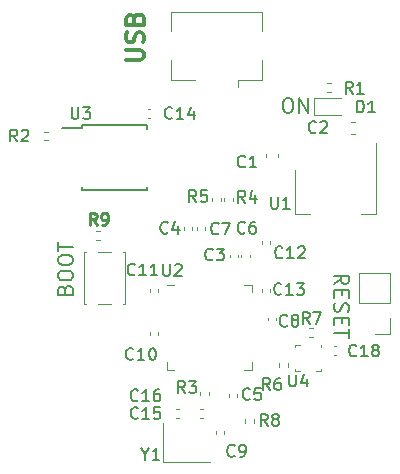
<source format=gbr>
%TF.GenerationSoftware,KiCad,Pcbnew,7.0.8*%
%TF.CreationDate,2024-09-28T20:52:04-07:00*%
%TF.ProjectId,proves_pcb_challenge,70726f76-6573-45f7-9063-625f6368616c,rev?*%
%TF.SameCoordinates,Original*%
%TF.FileFunction,Legend,Top*%
%TF.FilePolarity,Positive*%
%FSLAX46Y46*%
G04 Gerber Fmt 4.6, Leading zero omitted, Abs format (unit mm)*
G04 Created by KiCad (PCBNEW 7.0.8) date 2024-09-28 20:52:04*
%MOMM*%
%LPD*%
G01*
G04 APERTURE LIST*
%ADD10C,0.300000*%
%ADD11C,0.200000*%
%ADD12C,0.150000*%
%ADD13C,0.250000*%
%ADD14C,0.120000*%
G04 APERTURE END LIST*
D10*
X126950828Y-79870489D02*
X128165114Y-79870489D01*
X128165114Y-79870489D02*
X128307971Y-79799060D01*
X128307971Y-79799060D02*
X128379400Y-79727632D01*
X128379400Y-79727632D02*
X128450828Y-79584774D01*
X128450828Y-79584774D02*
X128450828Y-79299060D01*
X128450828Y-79299060D02*
X128379400Y-79156203D01*
X128379400Y-79156203D02*
X128307971Y-79084774D01*
X128307971Y-79084774D02*
X128165114Y-79013346D01*
X128165114Y-79013346D02*
X126950828Y-79013346D01*
X128379400Y-78370488D02*
X128450828Y-78156203D01*
X128450828Y-78156203D02*
X128450828Y-77799060D01*
X128450828Y-77799060D02*
X128379400Y-77656203D01*
X128379400Y-77656203D02*
X128307971Y-77584774D01*
X128307971Y-77584774D02*
X128165114Y-77513345D01*
X128165114Y-77513345D02*
X128022257Y-77513345D01*
X128022257Y-77513345D02*
X127879400Y-77584774D01*
X127879400Y-77584774D02*
X127807971Y-77656203D01*
X127807971Y-77656203D02*
X127736542Y-77799060D01*
X127736542Y-77799060D02*
X127665114Y-78084774D01*
X127665114Y-78084774D02*
X127593685Y-78227631D01*
X127593685Y-78227631D02*
X127522257Y-78299060D01*
X127522257Y-78299060D02*
X127379400Y-78370488D01*
X127379400Y-78370488D02*
X127236542Y-78370488D01*
X127236542Y-78370488D02*
X127093685Y-78299060D01*
X127093685Y-78299060D02*
X127022257Y-78227631D01*
X127022257Y-78227631D02*
X126950828Y-78084774D01*
X126950828Y-78084774D02*
X126950828Y-77727631D01*
X126950828Y-77727631D02*
X127022257Y-77513345D01*
X127665114Y-76370489D02*
X127736542Y-76156203D01*
X127736542Y-76156203D02*
X127807971Y-76084774D01*
X127807971Y-76084774D02*
X127950828Y-76013346D01*
X127950828Y-76013346D02*
X128165114Y-76013346D01*
X128165114Y-76013346D02*
X128307971Y-76084774D01*
X128307971Y-76084774D02*
X128379400Y-76156203D01*
X128379400Y-76156203D02*
X128450828Y-76299060D01*
X128450828Y-76299060D02*
X128450828Y-76870489D01*
X128450828Y-76870489D02*
X126950828Y-76870489D01*
X126950828Y-76870489D02*
X126950828Y-76370489D01*
X126950828Y-76370489D02*
X127022257Y-76227632D01*
X127022257Y-76227632D02*
X127093685Y-76156203D01*
X127093685Y-76156203D02*
X127236542Y-76084774D01*
X127236542Y-76084774D02*
X127379400Y-76084774D01*
X127379400Y-76084774D02*
X127522257Y-76156203D01*
X127522257Y-76156203D02*
X127593685Y-76227632D01*
X127593685Y-76227632D02*
X127665114Y-76370489D01*
X127665114Y-76370489D02*
X127665114Y-76870489D01*
D11*
X121781861Y-99304136D02*
X121841385Y-99125564D01*
X121841385Y-99125564D02*
X121900909Y-99066041D01*
X121900909Y-99066041D02*
X122019957Y-99006517D01*
X122019957Y-99006517D02*
X122198528Y-99006517D01*
X122198528Y-99006517D02*
X122317576Y-99066041D01*
X122317576Y-99066041D02*
X122377100Y-99125564D01*
X122377100Y-99125564D02*
X122436623Y-99244612D01*
X122436623Y-99244612D02*
X122436623Y-99720802D01*
X122436623Y-99720802D02*
X121186623Y-99720802D01*
X121186623Y-99720802D02*
X121186623Y-99304136D01*
X121186623Y-99304136D02*
X121246147Y-99185088D01*
X121246147Y-99185088D02*
X121305671Y-99125564D01*
X121305671Y-99125564D02*
X121424719Y-99066041D01*
X121424719Y-99066041D02*
X121543766Y-99066041D01*
X121543766Y-99066041D02*
X121662814Y-99125564D01*
X121662814Y-99125564D02*
X121722338Y-99185088D01*
X121722338Y-99185088D02*
X121781861Y-99304136D01*
X121781861Y-99304136D02*
X121781861Y-99720802D01*
X121186623Y-98232707D02*
X121186623Y-97994612D01*
X121186623Y-97994612D02*
X121246147Y-97875564D01*
X121246147Y-97875564D02*
X121365195Y-97756517D01*
X121365195Y-97756517D02*
X121603290Y-97696993D01*
X121603290Y-97696993D02*
X122019957Y-97696993D01*
X122019957Y-97696993D02*
X122258052Y-97756517D01*
X122258052Y-97756517D02*
X122377100Y-97875564D01*
X122377100Y-97875564D02*
X122436623Y-97994612D01*
X122436623Y-97994612D02*
X122436623Y-98232707D01*
X122436623Y-98232707D02*
X122377100Y-98351755D01*
X122377100Y-98351755D02*
X122258052Y-98470802D01*
X122258052Y-98470802D02*
X122019957Y-98530326D01*
X122019957Y-98530326D02*
X121603290Y-98530326D01*
X121603290Y-98530326D02*
X121365195Y-98470802D01*
X121365195Y-98470802D02*
X121246147Y-98351755D01*
X121246147Y-98351755D02*
X121186623Y-98232707D01*
X121186623Y-96923183D02*
X121186623Y-96685088D01*
X121186623Y-96685088D02*
X121246147Y-96566040D01*
X121246147Y-96566040D02*
X121365195Y-96446993D01*
X121365195Y-96446993D02*
X121603290Y-96387469D01*
X121603290Y-96387469D02*
X122019957Y-96387469D01*
X122019957Y-96387469D02*
X122258052Y-96446993D01*
X122258052Y-96446993D02*
X122377100Y-96566040D01*
X122377100Y-96566040D02*
X122436623Y-96685088D01*
X122436623Y-96685088D02*
X122436623Y-96923183D01*
X122436623Y-96923183D02*
X122377100Y-97042231D01*
X122377100Y-97042231D02*
X122258052Y-97161278D01*
X122258052Y-97161278D02*
X122019957Y-97220802D01*
X122019957Y-97220802D02*
X121603290Y-97220802D01*
X121603290Y-97220802D02*
X121365195Y-97161278D01*
X121365195Y-97161278D02*
X121246147Y-97042231D01*
X121246147Y-97042231D02*
X121186623Y-96923183D01*
X121186623Y-96030326D02*
X121186623Y-95316040D01*
X122436623Y-95673183D02*
X121186623Y-95673183D01*
X144563376Y-98843482D02*
X145158614Y-98426816D01*
X144563376Y-98129197D02*
X145813376Y-98129197D01*
X145813376Y-98129197D02*
X145813376Y-98605387D01*
X145813376Y-98605387D02*
X145753852Y-98724435D01*
X145753852Y-98724435D02*
X145694328Y-98783958D01*
X145694328Y-98783958D02*
X145575280Y-98843482D01*
X145575280Y-98843482D02*
X145396709Y-98843482D01*
X145396709Y-98843482D02*
X145277661Y-98783958D01*
X145277661Y-98783958D02*
X145218138Y-98724435D01*
X145218138Y-98724435D02*
X145158614Y-98605387D01*
X145158614Y-98605387D02*
X145158614Y-98129197D01*
X145218138Y-99379197D02*
X145218138Y-99795863D01*
X144563376Y-99974435D02*
X144563376Y-99379197D01*
X144563376Y-99379197D02*
X145813376Y-99379197D01*
X145813376Y-99379197D02*
X145813376Y-99974435D01*
X144622900Y-100450625D02*
X144563376Y-100629196D01*
X144563376Y-100629196D02*
X144563376Y-100926815D01*
X144563376Y-100926815D02*
X144622900Y-101045863D01*
X144622900Y-101045863D02*
X144682423Y-101105387D01*
X144682423Y-101105387D02*
X144801471Y-101164910D01*
X144801471Y-101164910D02*
X144920519Y-101164910D01*
X144920519Y-101164910D02*
X145039566Y-101105387D01*
X145039566Y-101105387D02*
X145099090Y-101045863D01*
X145099090Y-101045863D02*
X145158614Y-100926815D01*
X145158614Y-100926815D02*
X145218138Y-100688720D01*
X145218138Y-100688720D02*
X145277661Y-100569672D01*
X145277661Y-100569672D02*
X145337185Y-100510149D01*
X145337185Y-100510149D02*
X145456233Y-100450625D01*
X145456233Y-100450625D02*
X145575280Y-100450625D01*
X145575280Y-100450625D02*
X145694328Y-100510149D01*
X145694328Y-100510149D02*
X145753852Y-100569672D01*
X145753852Y-100569672D02*
X145813376Y-100688720D01*
X145813376Y-100688720D02*
X145813376Y-100986339D01*
X145813376Y-100986339D02*
X145753852Y-101164910D01*
X145218138Y-101700625D02*
X145218138Y-102117291D01*
X144563376Y-102295863D02*
X144563376Y-101700625D01*
X144563376Y-101700625D02*
X145813376Y-101700625D01*
X145813376Y-101700625D02*
X145813376Y-102295863D01*
X145813376Y-102653005D02*
X145813376Y-103367291D01*
X144563376Y-103010148D02*
X145813376Y-103010148D01*
X140542292Y-83086623D02*
X140780387Y-83086623D01*
X140780387Y-83086623D02*
X140899435Y-83146147D01*
X140899435Y-83146147D02*
X141018482Y-83265195D01*
X141018482Y-83265195D02*
X141078006Y-83503290D01*
X141078006Y-83503290D02*
X141078006Y-83919957D01*
X141078006Y-83919957D02*
X141018482Y-84158052D01*
X141018482Y-84158052D02*
X140899435Y-84277100D01*
X140899435Y-84277100D02*
X140780387Y-84336623D01*
X140780387Y-84336623D02*
X140542292Y-84336623D01*
X140542292Y-84336623D02*
X140423244Y-84277100D01*
X140423244Y-84277100D02*
X140304197Y-84158052D01*
X140304197Y-84158052D02*
X140244673Y-83919957D01*
X140244673Y-83919957D02*
X140244673Y-83503290D01*
X140244673Y-83503290D02*
X140304197Y-83265195D01*
X140304197Y-83265195D02*
X140423244Y-83146147D01*
X140423244Y-83146147D02*
X140542292Y-83086623D01*
X141613721Y-84336623D02*
X141613721Y-83086623D01*
X141613721Y-83086623D02*
X142328006Y-84336623D01*
X142328006Y-84336623D02*
X142328006Y-83086623D01*
D12*
X138933333Y-110854819D02*
X138600000Y-110378628D01*
X138361905Y-110854819D02*
X138361905Y-109854819D01*
X138361905Y-109854819D02*
X138742857Y-109854819D01*
X138742857Y-109854819D02*
X138838095Y-109902438D01*
X138838095Y-109902438D02*
X138885714Y-109950057D01*
X138885714Y-109950057D02*
X138933333Y-110045295D01*
X138933333Y-110045295D02*
X138933333Y-110188152D01*
X138933333Y-110188152D02*
X138885714Y-110283390D01*
X138885714Y-110283390D02*
X138838095Y-110331009D01*
X138838095Y-110331009D02*
X138742857Y-110378628D01*
X138742857Y-110378628D02*
X138361905Y-110378628D01*
X139504762Y-110283390D02*
X139409524Y-110235771D01*
X139409524Y-110235771D02*
X139361905Y-110188152D01*
X139361905Y-110188152D02*
X139314286Y-110092914D01*
X139314286Y-110092914D02*
X139314286Y-110045295D01*
X139314286Y-110045295D02*
X139361905Y-109950057D01*
X139361905Y-109950057D02*
X139409524Y-109902438D01*
X139409524Y-109902438D02*
X139504762Y-109854819D01*
X139504762Y-109854819D02*
X139695238Y-109854819D01*
X139695238Y-109854819D02*
X139790476Y-109902438D01*
X139790476Y-109902438D02*
X139838095Y-109950057D01*
X139838095Y-109950057D02*
X139885714Y-110045295D01*
X139885714Y-110045295D02*
X139885714Y-110092914D01*
X139885714Y-110092914D02*
X139838095Y-110188152D01*
X139838095Y-110188152D02*
X139790476Y-110235771D01*
X139790476Y-110235771D02*
X139695238Y-110283390D01*
X139695238Y-110283390D02*
X139504762Y-110283390D01*
X139504762Y-110283390D02*
X139409524Y-110331009D01*
X139409524Y-110331009D02*
X139361905Y-110378628D01*
X139361905Y-110378628D02*
X139314286Y-110473866D01*
X139314286Y-110473866D02*
X139314286Y-110664342D01*
X139314286Y-110664342D02*
X139361905Y-110759580D01*
X139361905Y-110759580D02*
X139409524Y-110807200D01*
X139409524Y-110807200D02*
X139504762Y-110854819D01*
X139504762Y-110854819D02*
X139695238Y-110854819D01*
X139695238Y-110854819D02*
X139790476Y-110807200D01*
X139790476Y-110807200D02*
X139838095Y-110759580D01*
X139838095Y-110759580D02*
X139885714Y-110664342D01*
X139885714Y-110664342D02*
X139885714Y-110473866D01*
X139885714Y-110473866D02*
X139838095Y-110378628D01*
X139838095Y-110378628D02*
X139790476Y-110331009D01*
X139790476Y-110331009D02*
X139695238Y-110283390D01*
D13*
X124458333Y-93824619D02*
X124125000Y-93348428D01*
X123886905Y-93824619D02*
X123886905Y-92824619D01*
X123886905Y-92824619D02*
X124267857Y-92824619D01*
X124267857Y-92824619D02*
X124363095Y-92872238D01*
X124363095Y-92872238D02*
X124410714Y-92919857D01*
X124410714Y-92919857D02*
X124458333Y-93015095D01*
X124458333Y-93015095D02*
X124458333Y-93157952D01*
X124458333Y-93157952D02*
X124410714Y-93253190D01*
X124410714Y-93253190D02*
X124363095Y-93300809D01*
X124363095Y-93300809D02*
X124267857Y-93348428D01*
X124267857Y-93348428D02*
X123886905Y-93348428D01*
X124934524Y-93824619D02*
X125125000Y-93824619D01*
X125125000Y-93824619D02*
X125220238Y-93777000D01*
X125220238Y-93777000D02*
X125267857Y-93729380D01*
X125267857Y-93729380D02*
X125363095Y-93586523D01*
X125363095Y-93586523D02*
X125410714Y-93396047D01*
X125410714Y-93396047D02*
X125410714Y-93015095D01*
X125410714Y-93015095D02*
X125363095Y-92919857D01*
X125363095Y-92919857D02*
X125315476Y-92872238D01*
X125315476Y-92872238D02*
X125220238Y-92824619D01*
X125220238Y-92824619D02*
X125029762Y-92824619D01*
X125029762Y-92824619D02*
X124934524Y-92872238D01*
X124934524Y-92872238D02*
X124886905Y-92919857D01*
X124886905Y-92919857D02*
X124839286Y-93015095D01*
X124839286Y-93015095D02*
X124839286Y-93253190D01*
X124839286Y-93253190D02*
X124886905Y-93348428D01*
X124886905Y-93348428D02*
X124934524Y-93396047D01*
X124934524Y-93396047D02*
X125029762Y-93443666D01*
X125029762Y-93443666D02*
X125220238Y-93443666D01*
X125220238Y-93443666D02*
X125315476Y-93396047D01*
X125315476Y-93396047D02*
X125363095Y-93348428D01*
X125363095Y-93348428D02*
X125410714Y-93253190D01*
D12*
X146133333Y-82704819D02*
X145800000Y-82228628D01*
X145561905Y-82704819D02*
X145561905Y-81704819D01*
X145561905Y-81704819D02*
X145942857Y-81704819D01*
X145942857Y-81704819D02*
X146038095Y-81752438D01*
X146038095Y-81752438D02*
X146085714Y-81800057D01*
X146085714Y-81800057D02*
X146133333Y-81895295D01*
X146133333Y-81895295D02*
X146133333Y-82038152D01*
X146133333Y-82038152D02*
X146085714Y-82133390D01*
X146085714Y-82133390D02*
X146038095Y-82181009D01*
X146038095Y-82181009D02*
X145942857Y-82228628D01*
X145942857Y-82228628D02*
X145561905Y-82228628D01*
X147085714Y-82704819D02*
X146514286Y-82704819D01*
X146800000Y-82704819D02*
X146800000Y-81704819D01*
X146800000Y-81704819D02*
X146704762Y-81847676D01*
X146704762Y-81847676D02*
X146609524Y-81942914D01*
X146609524Y-81942914D02*
X146514286Y-81990533D01*
X131933333Y-108054819D02*
X131600000Y-107578628D01*
X131361905Y-108054819D02*
X131361905Y-107054819D01*
X131361905Y-107054819D02*
X131742857Y-107054819D01*
X131742857Y-107054819D02*
X131838095Y-107102438D01*
X131838095Y-107102438D02*
X131885714Y-107150057D01*
X131885714Y-107150057D02*
X131933333Y-107245295D01*
X131933333Y-107245295D02*
X131933333Y-107388152D01*
X131933333Y-107388152D02*
X131885714Y-107483390D01*
X131885714Y-107483390D02*
X131838095Y-107531009D01*
X131838095Y-107531009D02*
X131742857Y-107578628D01*
X131742857Y-107578628D02*
X131361905Y-107578628D01*
X132266667Y-107054819D02*
X132885714Y-107054819D01*
X132885714Y-107054819D02*
X132552381Y-107435771D01*
X132552381Y-107435771D02*
X132695238Y-107435771D01*
X132695238Y-107435771D02*
X132790476Y-107483390D01*
X132790476Y-107483390D02*
X132838095Y-107531009D01*
X132838095Y-107531009D02*
X132885714Y-107626247D01*
X132885714Y-107626247D02*
X132885714Y-107864342D01*
X132885714Y-107864342D02*
X132838095Y-107959580D01*
X132838095Y-107959580D02*
X132790476Y-108007200D01*
X132790476Y-108007200D02*
X132695238Y-108054819D01*
X132695238Y-108054819D02*
X132409524Y-108054819D01*
X132409524Y-108054819D02*
X132314286Y-108007200D01*
X132314286Y-108007200D02*
X132266667Y-107959580D01*
X140107142Y-99659580D02*
X140059523Y-99707200D01*
X140059523Y-99707200D02*
X139916666Y-99754819D01*
X139916666Y-99754819D02*
X139821428Y-99754819D01*
X139821428Y-99754819D02*
X139678571Y-99707200D01*
X139678571Y-99707200D02*
X139583333Y-99611961D01*
X139583333Y-99611961D02*
X139535714Y-99516723D01*
X139535714Y-99516723D02*
X139488095Y-99326247D01*
X139488095Y-99326247D02*
X139488095Y-99183390D01*
X139488095Y-99183390D02*
X139535714Y-98992914D01*
X139535714Y-98992914D02*
X139583333Y-98897676D01*
X139583333Y-98897676D02*
X139678571Y-98802438D01*
X139678571Y-98802438D02*
X139821428Y-98754819D01*
X139821428Y-98754819D02*
X139916666Y-98754819D01*
X139916666Y-98754819D02*
X140059523Y-98802438D01*
X140059523Y-98802438D02*
X140107142Y-98850057D01*
X141059523Y-99754819D02*
X140488095Y-99754819D01*
X140773809Y-99754819D02*
X140773809Y-98754819D01*
X140773809Y-98754819D02*
X140678571Y-98897676D01*
X140678571Y-98897676D02*
X140583333Y-98992914D01*
X140583333Y-98992914D02*
X140488095Y-99040533D01*
X141392857Y-98754819D02*
X142011904Y-98754819D01*
X142011904Y-98754819D02*
X141678571Y-99135771D01*
X141678571Y-99135771D02*
X141821428Y-99135771D01*
X141821428Y-99135771D02*
X141916666Y-99183390D01*
X141916666Y-99183390D02*
X141964285Y-99231009D01*
X141964285Y-99231009D02*
X142011904Y-99326247D01*
X142011904Y-99326247D02*
X142011904Y-99564342D01*
X142011904Y-99564342D02*
X141964285Y-99659580D01*
X141964285Y-99659580D02*
X141916666Y-99707200D01*
X141916666Y-99707200D02*
X141821428Y-99754819D01*
X141821428Y-99754819D02*
X141535714Y-99754819D01*
X141535714Y-99754819D02*
X141440476Y-99707200D01*
X141440476Y-99707200D02*
X141392857Y-99659580D01*
X139133333Y-107804819D02*
X138800000Y-107328628D01*
X138561905Y-107804819D02*
X138561905Y-106804819D01*
X138561905Y-106804819D02*
X138942857Y-106804819D01*
X138942857Y-106804819D02*
X139038095Y-106852438D01*
X139038095Y-106852438D02*
X139085714Y-106900057D01*
X139085714Y-106900057D02*
X139133333Y-106995295D01*
X139133333Y-106995295D02*
X139133333Y-107138152D01*
X139133333Y-107138152D02*
X139085714Y-107233390D01*
X139085714Y-107233390D02*
X139038095Y-107281009D01*
X139038095Y-107281009D02*
X138942857Y-107328628D01*
X138942857Y-107328628D02*
X138561905Y-107328628D01*
X139990476Y-106804819D02*
X139800000Y-106804819D01*
X139800000Y-106804819D02*
X139704762Y-106852438D01*
X139704762Y-106852438D02*
X139657143Y-106900057D01*
X139657143Y-106900057D02*
X139561905Y-107042914D01*
X139561905Y-107042914D02*
X139514286Y-107233390D01*
X139514286Y-107233390D02*
X139514286Y-107614342D01*
X139514286Y-107614342D02*
X139561905Y-107709580D01*
X139561905Y-107709580D02*
X139609524Y-107757200D01*
X139609524Y-107757200D02*
X139704762Y-107804819D01*
X139704762Y-107804819D02*
X139895238Y-107804819D01*
X139895238Y-107804819D02*
X139990476Y-107757200D01*
X139990476Y-107757200D02*
X140038095Y-107709580D01*
X140038095Y-107709580D02*
X140085714Y-107614342D01*
X140085714Y-107614342D02*
X140085714Y-107376247D01*
X140085714Y-107376247D02*
X140038095Y-107281009D01*
X140038095Y-107281009D02*
X139990476Y-107233390D01*
X139990476Y-107233390D02*
X139895238Y-107185771D01*
X139895238Y-107185771D02*
X139704762Y-107185771D01*
X139704762Y-107185771D02*
X139609524Y-107233390D01*
X139609524Y-107233390D02*
X139561905Y-107281009D01*
X139561905Y-107281009D02*
X139514286Y-107376247D01*
X132883333Y-91879819D02*
X132550000Y-91403628D01*
X132311905Y-91879819D02*
X132311905Y-90879819D01*
X132311905Y-90879819D02*
X132692857Y-90879819D01*
X132692857Y-90879819D02*
X132788095Y-90927438D01*
X132788095Y-90927438D02*
X132835714Y-90975057D01*
X132835714Y-90975057D02*
X132883333Y-91070295D01*
X132883333Y-91070295D02*
X132883333Y-91213152D01*
X132883333Y-91213152D02*
X132835714Y-91308390D01*
X132835714Y-91308390D02*
X132788095Y-91356009D01*
X132788095Y-91356009D02*
X132692857Y-91403628D01*
X132692857Y-91403628D02*
X132311905Y-91403628D01*
X133788095Y-90879819D02*
X133311905Y-90879819D01*
X133311905Y-90879819D02*
X133264286Y-91356009D01*
X133264286Y-91356009D02*
X133311905Y-91308390D01*
X133311905Y-91308390D02*
X133407143Y-91260771D01*
X133407143Y-91260771D02*
X133645238Y-91260771D01*
X133645238Y-91260771D02*
X133740476Y-91308390D01*
X133740476Y-91308390D02*
X133788095Y-91356009D01*
X133788095Y-91356009D02*
X133835714Y-91451247D01*
X133835714Y-91451247D02*
X133835714Y-91689342D01*
X133835714Y-91689342D02*
X133788095Y-91784580D01*
X133788095Y-91784580D02*
X133740476Y-91832200D01*
X133740476Y-91832200D02*
X133645238Y-91879819D01*
X133645238Y-91879819D02*
X133407143Y-91879819D01*
X133407143Y-91879819D02*
X133311905Y-91832200D01*
X133311905Y-91832200D02*
X133264286Y-91784580D01*
X134283333Y-96734580D02*
X134235714Y-96782200D01*
X134235714Y-96782200D02*
X134092857Y-96829819D01*
X134092857Y-96829819D02*
X133997619Y-96829819D01*
X133997619Y-96829819D02*
X133854762Y-96782200D01*
X133854762Y-96782200D02*
X133759524Y-96686961D01*
X133759524Y-96686961D02*
X133711905Y-96591723D01*
X133711905Y-96591723D02*
X133664286Y-96401247D01*
X133664286Y-96401247D02*
X133664286Y-96258390D01*
X133664286Y-96258390D02*
X133711905Y-96067914D01*
X133711905Y-96067914D02*
X133759524Y-95972676D01*
X133759524Y-95972676D02*
X133854762Y-95877438D01*
X133854762Y-95877438D02*
X133997619Y-95829819D01*
X133997619Y-95829819D02*
X134092857Y-95829819D01*
X134092857Y-95829819D02*
X134235714Y-95877438D01*
X134235714Y-95877438D02*
X134283333Y-95925057D01*
X134616667Y-95829819D02*
X135235714Y-95829819D01*
X135235714Y-95829819D02*
X134902381Y-96210771D01*
X134902381Y-96210771D02*
X135045238Y-96210771D01*
X135045238Y-96210771D02*
X135140476Y-96258390D01*
X135140476Y-96258390D02*
X135188095Y-96306009D01*
X135188095Y-96306009D02*
X135235714Y-96401247D01*
X135235714Y-96401247D02*
X135235714Y-96639342D01*
X135235714Y-96639342D02*
X135188095Y-96734580D01*
X135188095Y-96734580D02*
X135140476Y-96782200D01*
X135140476Y-96782200D02*
X135045238Y-96829819D01*
X135045238Y-96829819D02*
X134759524Y-96829819D01*
X134759524Y-96829819D02*
X134664286Y-96782200D01*
X134664286Y-96782200D02*
X134616667Y-96734580D01*
X143033333Y-85959580D02*
X142985714Y-86007200D01*
X142985714Y-86007200D02*
X142842857Y-86054819D01*
X142842857Y-86054819D02*
X142747619Y-86054819D01*
X142747619Y-86054819D02*
X142604762Y-86007200D01*
X142604762Y-86007200D02*
X142509524Y-85911961D01*
X142509524Y-85911961D02*
X142461905Y-85816723D01*
X142461905Y-85816723D02*
X142414286Y-85626247D01*
X142414286Y-85626247D02*
X142414286Y-85483390D01*
X142414286Y-85483390D02*
X142461905Y-85292914D01*
X142461905Y-85292914D02*
X142509524Y-85197676D01*
X142509524Y-85197676D02*
X142604762Y-85102438D01*
X142604762Y-85102438D02*
X142747619Y-85054819D01*
X142747619Y-85054819D02*
X142842857Y-85054819D01*
X142842857Y-85054819D02*
X142985714Y-85102438D01*
X142985714Y-85102438D02*
X143033333Y-85150057D01*
X143414286Y-85150057D02*
X143461905Y-85102438D01*
X143461905Y-85102438D02*
X143557143Y-85054819D01*
X143557143Y-85054819D02*
X143795238Y-85054819D01*
X143795238Y-85054819D02*
X143890476Y-85102438D01*
X143890476Y-85102438D02*
X143938095Y-85150057D01*
X143938095Y-85150057D02*
X143985714Y-85245295D01*
X143985714Y-85245295D02*
X143985714Y-85340533D01*
X143985714Y-85340533D02*
X143938095Y-85483390D01*
X143938095Y-85483390D02*
X143366667Y-86054819D01*
X143366667Y-86054819D02*
X143985714Y-86054819D01*
X140583333Y-102334580D02*
X140535714Y-102382200D01*
X140535714Y-102382200D02*
X140392857Y-102429819D01*
X140392857Y-102429819D02*
X140297619Y-102429819D01*
X140297619Y-102429819D02*
X140154762Y-102382200D01*
X140154762Y-102382200D02*
X140059524Y-102286961D01*
X140059524Y-102286961D02*
X140011905Y-102191723D01*
X140011905Y-102191723D02*
X139964286Y-102001247D01*
X139964286Y-102001247D02*
X139964286Y-101858390D01*
X139964286Y-101858390D02*
X140011905Y-101667914D01*
X140011905Y-101667914D02*
X140059524Y-101572676D01*
X140059524Y-101572676D02*
X140154762Y-101477438D01*
X140154762Y-101477438D02*
X140297619Y-101429819D01*
X140297619Y-101429819D02*
X140392857Y-101429819D01*
X140392857Y-101429819D02*
X140535714Y-101477438D01*
X140535714Y-101477438D02*
X140583333Y-101525057D01*
X141154762Y-101858390D02*
X141059524Y-101810771D01*
X141059524Y-101810771D02*
X141011905Y-101763152D01*
X141011905Y-101763152D02*
X140964286Y-101667914D01*
X140964286Y-101667914D02*
X140964286Y-101620295D01*
X140964286Y-101620295D02*
X141011905Y-101525057D01*
X141011905Y-101525057D02*
X141059524Y-101477438D01*
X141059524Y-101477438D02*
X141154762Y-101429819D01*
X141154762Y-101429819D02*
X141345238Y-101429819D01*
X141345238Y-101429819D02*
X141440476Y-101477438D01*
X141440476Y-101477438D02*
X141488095Y-101525057D01*
X141488095Y-101525057D02*
X141535714Y-101620295D01*
X141535714Y-101620295D02*
X141535714Y-101667914D01*
X141535714Y-101667914D02*
X141488095Y-101763152D01*
X141488095Y-101763152D02*
X141440476Y-101810771D01*
X141440476Y-101810771D02*
X141345238Y-101858390D01*
X141345238Y-101858390D02*
X141154762Y-101858390D01*
X141154762Y-101858390D02*
X141059524Y-101906009D01*
X141059524Y-101906009D02*
X141011905Y-101953628D01*
X141011905Y-101953628D02*
X140964286Y-102048866D01*
X140964286Y-102048866D02*
X140964286Y-102239342D01*
X140964286Y-102239342D02*
X141011905Y-102334580D01*
X141011905Y-102334580D02*
X141059524Y-102382200D01*
X141059524Y-102382200D02*
X141154762Y-102429819D01*
X141154762Y-102429819D02*
X141345238Y-102429819D01*
X141345238Y-102429819D02*
X141440476Y-102382200D01*
X141440476Y-102382200D02*
X141488095Y-102334580D01*
X141488095Y-102334580D02*
X141535714Y-102239342D01*
X141535714Y-102239342D02*
X141535714Y-102048866D01*
X141535714Y-102048866D02*
X141488095Y-101953628D01*
X141488095Y-101953628D02*
X141440476Y-101906009D01*
X141440476Y-101906009D02*
X141345238Y-101858390D01*
X122338095Y-83854819D02*
X122338095Y-84664342D01*
X122338095Y-84664342D02*
X122385714Y-84759580D01*
X122385714Y-84759580D02*
X122433333Y-84807200D01*
X122433333Y-84807200D02*
X122528571Y-84854819D01*
X122528571Y-84854819D02*
X122719047Y-84854819D01*
X122719047Y-84854819D02*
X122814285Y-84807200D01*
X122814285Y-84807200D02*
X122861904Y-84759580D01*
X122861904Y-84759580D02*
X122909523Y-84664342D01*
X122909523Y-84664342D02*
X122909523Y-83854819D01*
X123290476Y-83854819D02*
X123909523Y-83854819D01*
X123909523Y-83854819D02*
X123576190Y-84235771D01*
X123576190Y-84235771D02*
X123719047Y-84235771D01*
X123719047Y-84235771D02*
X123814285Y-84283390D01*
X123814285Y-84283390D02*
X123861904Y-84331009D01*
X123861904Y-84331009D02*
X123909523Y-84426247D01*
X123909523Y-84426247D02*
X123909523Y-84664342D01*
X123909523Y-84664342D02*
X123861904Y-84759580D01*
X123861904Y-84759580D02*
X123814285Y-84807200D01*
X123814285Y-84807200D02*
X123719047Y-84854819D01*
X123719047Y-84854819D02*
X123433333Y-84854819D01*
X123433333Y-84854819D02*
X123338095Y-84807200D01*
X123338095Y-84807200D02*
X123290476Y-84759580D01*
X140763095Y-106504819D02*
X140763095Y-107314342D01*
X140763095Y-107314342D02*
X140810714Y-107409580D01*
X140810714Y-107409580D02*
X140858333Y-107457200D01*
X140858333Y-107457200D02*
X140953571Y-107504819D01*
X140953571Y-107504819D02*
X141144047Y-107504819D01*
X141144047Y-107504819D02*
X141239285Y-107457200D01*
X141239285Y-107457200D02*
X141286904Y-107409580D01*
X141286904Y-107409580D02*
X141334523Y-107314342D01*
X141334523Y-107314342D02*
X141334523Y-106504819D01*
X142239285Y-106838152D02*
X142239285Y-107504819D01*
X142001190Y-106457200D02*
X141763095Y-107171485D01*
X141763095Y-107171485D02*
X142382142Y-107171485D01*
X137008333Y-94459580D02*
X136960714Y-94507200D01*
X136960714Y-94507200D02*
X136817857Y-94554819D01*
X136817857Y-94554819D02*
X136722619Y-94554819D01*
X136722619Y-94554819D02*
X136579762Y-94507200D01*
X136579762Y-94507200D02*
X136484524Y-94411961D01*
X136484524Y-94411961D02*
X136436905Y-94316723D01*
X136436905Y-94316723D02*
X136389286Y-94126247D01*
X136389286Y-94126247D02*
X136389286Y-93983390D01*
X136389286Y-93983390D02*
X136436905Y-93792914D01*
X136436905Y-93792914D02*
X136484524Y-93697676D01*
X136484524Y-93697676D02*
X136579762Y-93602438D01*
X136579762Y-93602438D02*
X136722619Y-93554819D01*
X136722619Y-93554819D02*
X136817857Y-93554819D01*
X136817857Y-93554819D02*
X136960714Y-93602438D01*
X136960714Y-93602438D02*
X137008333Y-93650057D01*
X137865476Y-93554819D02*
X137675000Y-93554819D01*
X137675000Y-93554819D02*
X137579762Y-93602438D01*
X137579762Y-93602438D02*
X137532143Y-93650057D01*
X137532143Y-93650057D02*
X137436905Y-93792914D01*
X137436905Y-93792914D02*
X137389286Y-93983390D01*
X137389286Y-93983390D02*
X137389286Y-94364342D01*
X137389286Y-94364342D02*
X137436905Y-94459580D01*
X137436905Y-94459580D02*
X137484524Y-94507200D01*
X137484524Y-94507200D02*
X137579762Y-94554819D01*
X137579762Y-94554819D02*
X137770238Y-94554819D01*
X137770238Y-94554819D02*
X137865476Y-94507200D01*
X137865476Y-94507200D02*
X137913095Y-94459580D01*
X137913095Y-94459580D02*
X137960714Y-94364342D01*
X137960714Y-94364342D02*
X137960714Y-94126247D01*
X137960714Y-94126247D02*
X137913095Y-94031009D01*
X137913095Y-94031009D02*
X137865476Y-93983390D01*
X137865476Y-93983390D02*
X137770238Y-93935771D01*
X137770238Y-93935771D02*
X137579762Y-93935771D01*
X137579762Y-93935771D02*
X137484524Y-93983390D01*
X137484524Y-93983390D02*
X137436905Y-94031009D01*
X137436905Y-94031009D02*
X137389286Y-94126247D01*
X130857142Y-84759580D02*
X130809523Y-84807200D01*
X130809523Y-84807200D02*
X130666666Y-84854819D01*
X130666666Y-84854819D02*
X130571428Y-84854819D01*
X130571428Y-84854819D02*
X130428571Y-84807200D01*
X130428571Y-84807200D02*
X130333333Y-84711961D01*
X130333333Y-84711961D02*
X130285714Y-84616723D01*
X130285714Y-84616723D02*
X130238095Y-84426247D01*
X130238095Y-84426247D02*
X130238095Y-84283390D01*
X130238095Y-84283390D02*
X130285714Y-84092914D01*
X130285714Y-84092914D02*
X130333333Y-83997676D01*
X130333333Y-83997676D02*
X130428571Y-83902438D01*
X130428571Y-83902438D02*
X130571428Y-83854819D01*
X130571428Y-83854819D02*
X130666666Y-83854819D01*
X130666666Y-83854819D02*
X130809523Y-83902438D01*
X130809523Y-83902438D02*
X130857142Y-83950057D01*
X131809523Y-84854819D02*
X131238095Y-84854819D01*
X131523809Y-84854819D02*
X131523809Y-83854819D01*
X131523809Y-83854819D02*
X131428571Y-83997676D01*
X131428571Y-83997676D02*
X131333333Y-84092914D01*
X131333333Y-84092914D02*
X131238095Y-84140533D01*
X132666666Y-84188152D02*
X132666666Y-84854819D01*
X132428571Y-83807200D02*
X132190476Y-84521485D01*
X132190476Y-84521485D02*
X132809523Y-84521485D01*
X137433333Y-108559580D02*
X137385714Y-108607200D01*
X137385714Y-108607200D02*
X137242857Y-108654819D01*
X137242857Y-108654819D02*
X137147619Y-108654819D01*
X137147619Y-108654819D02*
X137004762Y-108607200D01*
X137004762Y-108607200D02*
X136909524Y-108511961D01*
X136909524Y-108511961D02*
X136861905Y-108416723D01*
X136861905Y-108416723D02*
X136814286Y-108226247D01*
X136814286Y-108226247D02*
X136814286Y-108083390D01*
X136814286Y-108083390D02*
X136861905Y-107892914D01*
X136861905Y-107892914D02*
X136909524Y-107797676D01*
X136909524Y-107797676D02*
X137004762Y-107702438D01*
X137004762Y-107702438D02*
X137147619Y-107654819D01*
X137147619Y-107654819D02*
X137242857Y-107654819D01*
X137242857Y-107654819D02*
X137385714Y-107702438D01*
X137385714Y-107702438D02*
X137433333Y-107750057D01*
X138338095Y-107654819D02*
X137861905Y-107654819D01*
X137861905Y-107654819D02*
X137814286Y-108131009D01*
X137814286Y-108131009D02*
X137861905Y-108083390D01*
X137861905Y-108083390D02*
X137957143Y-108035771D01*
X137957143Y-108035771D02*
X138195238Y-108035771D01*
X138195238Y-108035771D02*
X138290476Y-108083390D01*
X138290476Y-108083390D02*
X138338095Y-108131009D01*
X138338095Y-108131009D02*
X138385714Y-108226247D01*
X138385714Y-108226247D02*
X138385714Y-108464342D01*
X138385714Y-108464342D02*
X138338095Y-108559580D01*
X138338095Y-108559580D02*
X138290476Y-108607200D01*
X138290476Y-108607200D02*
X138195238Y-108654819D01*
X138195238Y-108654819D02*
X137957143Y-108654819D01*
X137957143Y-108654819D02*
X137861905Y-108607200D01*
X137861905Y-108607200D02*
X137814286Y-108559580D01*
X140182142Y-96559580D02*
X140134523Y-96607200D01*
X140134523Y-96607200D02*
X139991666Y-96654819D01*
X139991666Y-96654819D02*
X139896428Y-96654819D01*
X139896428Y-96654819D02*
X139753571Y-96607200D01*
X139753571Y-96607200D02*
X139658333Y-96511961D01*
X139658333Y-96511961D02*
X139610714Y-96416723D01*
X139610714Y-96416723D02*
X139563095Y-96226247D01*
X139563095Y-96226247D02*
X139563095Y-96083390D01*
X139563095Y-96083390D02*
X139610714Y-95892914D01*
X139610714Y-95892914D02*
X139658333Y-95797676D01*
X139658333Y-95797676D02*
X139753571Y-95702438D01*
X139753571Y-95702438D02*
X139896428Y-95654819D01*
X139896428Y-95654819D02*
X139991666Y-95654819D01*
X139991666Y-95654819D02*
X140134523Y-95702438D01*
X140134523Y-95702438D02*
X140182142Y-95750057D01*
X141134523Y-96654819D02*
X140563095Y-96654819D01*
X140848809Y-96654819D02*
X140848809Y-95654819D01*
X140848809Y-95654819D02*
X140753571Y-95797676D01*
X140753571Y-95797676D02*
X140658333Y-95892914D01*
X140658333Y-95892914D02*
X140563095Y-95940533D01*
X141515476Y-95750057D02*
X141563095Y-95702438D01*
X141563095Y-95702438D02*
X141658333Y-95654819D01*
X141658333Y-95654819D02*
X141896428Y-95654819D01*
X141896428Y-95654819D02*
X141991666Y-95702438D01*
X141991666Y-95702438D02*
X142039285Y-95750057D01*
X142039285Y-95750057D02*
X142086904Y-95845295D01*
X142086904Y-95845295D02*
X142086904Y-95940533D01*
X142086904Y-95940533D02*
X142039285Y-96083390D01*
X142039285Y-96083390D02*
X141467857Y-96654819D01*
X141467857Y-96654819D02*
X142086904Y-96654819D01*
X146511905Y-84304819D02*
X146511905Y-83304819D01*
X146511905Y-83304819D02*
X146750000Y-83304819D01*
X146750000Y-83304819D02*
X146892857Y-83352438D01*
X146892857Y-83352438D02*
X146988095Y-83447676D01*
X146988095Y-83447676D02*
X147035714Y-83542914D01*
X147035714Y-83542914D02*
X147083333Y-83733390D01*
X147083333Y-83733390D02*
X147083333Y-83876247D01*
X147083333Y-83876247D02*
X147035714Y-84066723D01*
X147035714Y-84066723D02*
X146988095Y-84161961D01*
X146988095Y-84161961D02*
X146892857Y-84257200D01*
X146892857Y-84257200D02*
X146750000Y-84304819D01*
X146750000Y-84304819D02*
X146511905Y-84304819D01*
X148035714Y-84304819D02*
X147464286Y-84304819D01*
X147750000Y-84304819D02*
X147750000Y-83304819D01*
X147750000Y-83304819D02*
X147654762Y-83447676D01*
X147654762Y-83447676D02*
X147559524Y-83542914D01*
X147559524Y-83542914D02*
X147464286Y-83590533D01*
X117733333Y-86754819D02*
X117400000Y-86278628D01*
X117161905Y-86754819D02*
X117161905Y-85754819D01*
X117161905Y-85754819D02*
X117542857Y-85754819D01*
X117542857Y-85754819D02*
X117638095Y-85802438D01*
X117638095Y-85802438D02*
X117685714Y-85850057D01*
X117685714Y-85850057D02*
X117733333Y-85945295D01*
X117733333Y-85945295D02*
X117733333Y-86088152D01*
X117733333Y-86088152D02*
X117685714Y-86183390D01*
X117685714Y-86183390D02*
X117638095Y-86231009D01*
X117638095Y-86231009D02*
X117542857Y-86278628D01*
X117542857Y-86278628D02*
X117161905Y-86278628D01*
X118114286Y-85850057D02*
X118161905Y-85802438D01*
X118161905Y-85802438D02*
X118257143Y-85754819D01*
X118257143Y-85754819D02*
X118495238Y-85754819D01*
X118495238Y-85754819D02*
X118590476Y-85802438D01*
X118590476Y-85802438D02*
X118638095Y-85850057D01*
X118638095Y-85850057D02*
X118685714Y-85945295D01*
X118685714Y-85945295D02*
X118685714Y-86040533D01*
X118685714Y-86040533D02*
X118638095Y-86183390D01*
X118638095Y-86183390D02*
X118066667Y-86754819D01*
X118066667Y-86754819D02*
X118685714Y-86754819D01*
X127707142Y-98009580D02*
X127659523Y-98057200D01*
X127659523Y-98057200D02*
X127516666Y-98104819D01*
X127516666Y-98104819D02*
X127421428Y-98104819D01*
X127421428Y-98104819D02*
X127278571Y-98057200D01*
X127278571Y-98057200D02*
X127183333Y-97961961D01*
X127183333Y-97961961D02*
X127135714Y-97866723D01*
X127135714Y-97866723D02*
X127088095Y-97676247D01*
X127088095Y-97676247D02*
X127088095Y-97533390D01*
X127088095Y-97533390D02*
X127135714Y-97342914D01*
X127135714Y-97342914D02*
X127183333Y-97247676D01*
X127183333Y-97247676D02*
X127278571Y-97152438D01*
X127278571Y-97152438D02*
X127421428Y-97104819D01*
X127421428Y-97104819D02*
X127516666Y-97104819D01*
X127516666Y-97104819D02*
X127659523Y-97152438D01*
X127659523Y-97152438D02*
X127707142Y-97200057D01*
X128659523Y-98104819D02*
X128088095Y-98104819D01*
X128373809Y-98104819D02*
X128373809Y-97104819D01*
X128373809Y-97104819D02*
X128278571Y-97247676D01*
X128278571Y-97247676D02*
X128183333Y-97342914D01*
X128183333Y-97342914D02*
X128088095Y-97390533D01*
X129611904Y-98104819D02*
X129040476Y-98104819D01*
X129326190Y-98104819D02*
X129326190Y-97104819D01*
X129326190Y-97104819D02*
X129230952Y-97247676D01*
X129230952Y-97247676D02*
X129135714Y-97342914D01*
X129135714Y-97342914D02*
X129040476Y-97390533D01*
X142483333Y-102204819D02*
X142150000Y-101728628D01*
X141911905Y-102204819D02*
X141911905Y-101204819D01*
X141911905Y-101204819D02*
X142292857Y-101204819D01*
X142292857Y-101204819D02*
X142388095Y-101252438D01*
X142388095Y-101252438D02*
X142435714Y-101300057D01*
X142435714Y-101300057D02*
X142483333Y-101395295D01*
X142483333Y-101395295D02*
X142483333Y-101538152D01*
X142483333Y-101538152D02*
X142435714Y-101633390D01*
X142435714Y-101633390D02*
X142388095Y-101681009D01*
X142388095Y-101681009D02*
X142292857Y-101728628D01*
X142292857Y-101728628D02*
X141911905Y-101728628D01*
X142816667Y-101204819D02*
X143483333Y-101204819D01*
X143483333Y-101204819D02*
X143054762Y-102204819D01*
X137033333Y-91929819D02*
X136700000Y-91453628D01*
X136461905Y-91929819D02*
X136461905Y-90929819D01*
X136461905Y-90929819D02*
X136842857Y-90929819D01*
X136842857Y-90929819D02*
X136938095Y-90977438D01*
X136938095Y-90977438D02*
X136985714Y-91025057D01*
X136985714Y-91025057D02*
X137033333Y-91120295D01*
X137033333Y-91120295D02*
X137033333Y-91263152D01*
X137033333Y-91263152D02*
X136985714Y-91358390D01*
X136985714Y-91358390D02*
X136938095Y-91406009D01*
X136938095Y-91406009D02*
X136842857Y-91453628D01*
X136842857Y-91453628D02*
X136461905Y-91453628D01*
X137890476Y-91263152D02*
X137890476Y-91929819D01*
X137652381Y-90882200D02*
X137414286Y-91596485D01*
X137414286Y-91596485D02*
X138033333Y-91596485D01*
X137033333Y-88859580D02*
X136985714Y-88907200D01*
X136985714Y-88907200D02*
X136842857Y-88954819D01*
X136842857Y-88954819D02*
X136747619Y-88954819D01*
X136747619Y-88954819D02*
X136604762Y-88907200D01*
X136604762Y-88907200D02*
X136509524Y-88811961D01*
X136509524Y-88811961D02*
X136461905Y-88716723D01*
X136461905Y-88716723D02*
X136414286Y-88526247D01*
X136414286Y-88526247D02*
X136414286Y-88383390D01*
X136414286Y-88383390D02*
X136461905Y-88192914D01*
X136461905Y-88192914D02*
X136509524Y-88097676D01*
X136509524Y-88097676D02*
X136604762Y-88002438D01*
X136604762Y-88002438D02*
X136747619Y-87954819D01*
X136747619Y-87954819D02*
X136842857Y-87954819D01*
X136842857Y-87954819D02*
X136985714Y-88002438D01*
X136985714Y-88002438D02*
X137033333Y-88050057D01*
X137985714Y-88954819D02*
X137414286Y-88954819D01*
X137700000Y-88954819D02*
X137700000Y-87954819D01*
X137700000Y-87954819D02*
X137604762Y-88097676D01*
X137604762Y-88097676D02*
X137509524Y-88192914D01*
X137509524Y-88192914D02*
X137414286Y-88240533D01*
X134783333Y-94534580D02*
X134735714Y-94582200D01*
X134735714Y-94582200D02*
X134592857Y-94629819D01*
X134592857Y-94629819D02*
X134497619Y-94629819D01*
X134497619Y-94629819D02*
X134354762Y-94582200D01*
X134354762Y-94582200D02*
X134259524Y-94486961D01*
X134259524Y-94486961D02*
X134211905Y-94391723D01*
X134211905Y-94391723D02*
X134164286Y-94201247D01*
X134164286Y-94201247D02*
X134164286Y-94058390D01*
X134164286Y-94058390D02*
X134211905Y-93867914D01*
X134211905Y-93867914D02*
X134259524Y-93772676D01*
X134259524Y-93772676D02*
X134354762Y-93677438D01*
X134354762Y-93677438D02*
X134497619Y-93629819D01*
X134497619Y-93629819D02*
X134592857Y-93629819D01*
X134592857Y-93629819D02*
X134735714Y-93677438D01*
X134735714Y-93677438D02*
X134783333Y-93725057D01*
X135116667Y-93629819D02*
X135783333Y-93629819D01*
X135783333Y-93629819D02*
X135354762Y-94629819D01*
X128573809Y-113228628D02*
X128573809Y-113704819D01*
X128240476Y-112704819D02*
X128573809Y-113228628D01*
X128573809Y-113228628D02*
X128907142Y-112704819D01*
X129764285Y-113704819D02*
X129192857Y-113704819D01*
X129478571Y-113704819D02*
X129478571Y-112704819D01*
X129478571Y-112704819D02*
X129383333Y-112847676D01*
X129383333Y-112847676D02*
X129288095Y-112942914D01*
X129288095Y-112942914D02*
X129192857Y-112990533D01*
X127557142Y-105159580D02*
X127509523Y-105207200D01*
X127509523Y-105207200D02*
X127366666Y-105254819D01*
X127366666Y-105254819D02*
X127271428Y-105254819D01*
X127271428Y-105254819D02*
X127128571Y-105207200D01*
X127128571Y-105207200D02*
X127033333Y-105111961D01*
X127033333Y-105111961D02*
X126985714Y-105016723D01*
X126985714Y-105016723D02*
X126938095Y-104826247D01*
X126938095Y-104826247D02*
X126938095Y-104683390D01*
X126938095Y-104683390D02*
X126985714Y-104492914D01*
X126985714Y-104492914D02*
X127033333Y-104397676D01*
X127033333Y-104397676D02*
X127128571Y-104302438D01*
X127128571Y-104302438D02*
X127271428Y-104254819D01*
X127271428Y-104254819D02*
X127366666Y-104254819D01*
X127366666Y-104254819D02*
X127509523Y-104302438D01*
X127509523Y-104302438D02*
X127557142Y-104350057D01*
X128509523Y-105254819D02*
X127938095Y-105254819D01*
X128223809Y-105254819D02*
X128223809Y-104254819D01*
X128223809Y-104254819D02*
X128128571Y-104397676D01*
X128128571Y-104397676D02*
X128033333Y-104492914D01*
X128033333Y-104492914D02*
X127938095Y-104540533D01*
X129128571Y-104254819D02*
X129223809Y-104254819D01*
X129223809Y-104254819D02*
X129319047Y-104302438D01*
X129319047Y-104302438D02*
X129366666Y-104350057D01*
X129366666Y-104350057D02*
X129414285Y-104445295D01*
X129414285Y-104445295D02*
X129461904Y-104635771D01*
X129461904Y-104635771D02*
X129461904Y-104873866D01*
X129461904Y-104873866D02*
X129414285Y-105064342D01*
X129414285Y-105064342D02*
X129366666Y-105159580D01*
X129366666Y-105159580D02*
X129319047Y-105207200D01*
X129319047Y-105207200D02*
X129223809Y-105254819D01*
X129223809Y-105254819D02*
X129128571Y-105254819D01*
X129128571Y-105254819D02*
X129033333Y-105207200D01*
X129033333Y-105207200D02*
X128985714Y-105159580D01*
X128985714Y-105159580D02*
X128938095Y-105064342D01*
X128938095Y-105064342D02*
X128890476Y-104873866D01*
X128890476Y-104873866D02*
X128890476Y-104635771D01*
X128890476Y-104635771D02*
X128938095Y-104445295D01*
X128938095Y-104445295D02*
X128985714Y-104350057D01*
X128985714Y-104350057D02*
X129033333Y-104302438D01*
X129033333Y-104302438D02*
X129128571Y-104254819D01*
X130483333Y-94459580D02*
X130435714Y-94507200D01*
X130435714Y-94507200D02*
X130292857Y-94554819D01*
X130292857Y-94554819D02*
X130197619Y-94554819D01*
X130197619Y-94554819D02*
X130054762Y-94507200D01*
X130054762Y-94507200D02*
X129959524Y-94411961D01*
X129959524Y-94411961D02*
X129911905Y-94316723D01*
X129911905Y-94316723D02*
X129864286Y-94126247D01*
X129864286Y-94126247D02*
X129864286Y-93983390D01*
X129864286Y-93983390D02*
X129911905Y-93792914D01*
X129911905Y-93792914D02*
X129959524Y-93697676D01*
X129959524Y-93697676D02*
X130054762Y-93602438D01*
X130054762Y-93602438D02*
X130197619Y-93554819D01*
X130197619Y-93554819D02*
X130292857Y-93554819D01*
X130292857Y-93554819D02*
X130435714Y-93602438D01*
X130435714Y-93602438D02*
X130483333Y-93650057D01*
X131340476Y-93888152D02*
X131340476Y-94554819D01*
X131102381Y-93507200D02*
X130864286Y-94221485D01*
X130864286Y-94221485D02*
X131483333Y-94221485D01*
X146457142Y-104859580D02*
X146409523Y-104907200D01*
X146409523Y-104907200D02*
X146266666Y-104954819D01*
X146266666Y-104954819D02*
X146171428Y-104954819D01*
X146171428Y-104954819D02*
X146028571Y-104907200D01*
X146028571Y-104907200D02*
X145933333Y-104811961D01*
X145933333Y-104811961D02*
X145885714Y-104716723D01*
X145885714Y-104716723D02*
X145838095Y-104526247D01*
X145838095Y-104526247D02*
X145838095Y-104383390D01*
X145838095Y-104383390D02*
X145885714Y-104192914D01*
X145885714Y-104192914D02*
X145933333Y-104097676D01*
X145933333Y-104097676D02*
X146028571Y-104002438D01*
X146028571Y-104002438D02*
X146171428Y-103954819D01*
X146171428Y-103954819D02*
X146266666Y-103954819D01*
X146266666Y-103954819D02*
X146409523Y-104002438D01*
X146409523Y-104002438D02*
X146457142Y-104050057D01*
X147409523Y-104954819D02*
X146838095Y-104954819D01*
X147123809Y-104954819D02*
X147123809Y-103954819D01*
X147123809Y-103954819D02*
X147028571Y-104097676D01*
X147028571Y-104097676D02*
X146933333Y-104192914D01*
X146933333Y-104192914D02*
X146838095Y-104240533D01*
X147980952Y-104383390D02*
X147885714Y-104335771D01*
X147885714Y-104335771D02*
X147838095Y-104288152D01*
X147838095Y-104288152D02*
X147790476Y-104192914D01*
X147790476Y-104192914D02*
X147790476Y-104145295D01*
X147790476Y-104145295D02*
X147838095Y-104050057D01*
X147838095Y-104050057D02*
X147885714Y-104002438D01*
X147885714Y-104002438D02*
X147980952Y-103954819D01*
X147980952Y-103954819D02*
X148171428Y-103954819D01*
X148171428Y-103954819D02*
X148266666Y-104002438D01*
X148266666Y-104002438D02*
X148314285Y-104050057D01*
X148314285Y-104050057D02*
X148361904Y-104145295D01*
X148361904Y-104145295D02*
X148361904Y-104192914D01*
X148361904Y-104192914D02*
X148314285Y-104288152D01*
X148314285Y-104288152D02*
X148266666Y-104335771D01*
X148266666Y-104335771D02*
X148171428Y-104383390D01*
X148171428Y-104383390D02*
X147980952Y-104383390D01*
X147980952Y-104383390D02*
X147885714Y-104431009D01*
X147885714Y-104431009D02*
X147838095Y-104478628D01*
X147838095Y-104478628D02*
X147790476Y-104573866D01*
X147790476Y-104573866D02*
X147790476Y-104764342D01*
X147790476Y-104764342D02*
X147838095Y-104859580D01*
X147838095Y-104859580D02*
X147885714Y-104907200D01*
X147885714Y-104907200D02*
X147980952Y-104954819D01*
X147980952Y-104954819D02*
X148171428Y-104954819D01*
X148171428Y-104954819D02*
X148266666Y-104907200D01*
X148266666Y-104907200D02*
X148314285Y-104859580D01*
X148314285Y-104859580D02*
X148361904Y-104764342D01*
X148361904Y-104764342D02*
X148361904Y-104573866D01*
X148361904Y-104573866D02*
X148314285Y-104478628D01*
X148314285Y-104478628D02*
X148266666Y-104431009D01*
X148266666Y-104431009D02*
X148171428Y-104383390D01*
X139238095Y-91454819D02*
X139238095Y-92264342D01*
X139238095Y-92264342D02*
X139285714Y-92359580D01*
X139285714Y-92359580D02*
X139333333Y-92407200D01*
X139333333Y-92407200D02*
X139428571Y-92454819D01*
X139428571Y-92454819D02*
X139619047Y-92454819D01*
X139619047Y-92454819D02*
X139714285Y-92407200D01*
X139714285Y-92407200D02*
X139761904Y-92359580D01*
X139761904Y-92359580D02*
X139809523Y-92264342D01*
X139809523Y-92264342D02*
X139809523Y-91454819D01*
X140809523Y-92454819D02*
X140238095Y-92454819D01*
X140523809Y-92454819D02*
X140523809Y-91454819D01*
X140523809Y-91454819D02*
X140428571Y-91597676D01*
X140428571Y-91597676D02*
X140333333Y-91692914D01*
X140333333Y-91692914D02*
X140238095Y-91740533D01*
X127957142Y-110159580D02*
X127909523Y-110207200D01*
X127909523Y-110207200D02*
X127766666Y-110254819D01*
X127766666Y-110254819D02*
X127671428Y-110254819D01*
X127671428Y-110254819D02*
X127528571Y-110207200D01*
X127528571Y-110207200D02*
X127433333Y-110111961D01*
X127433333Y-110111961D02*
X127385714Y-110016723D01*
X127385714Y-110016723D02*
X127338095Y-109826247D01*
X127338095Y-109826247D02*
X127338095Y-109683390D01*
X127338095Y-109683390D02*
X127385714Y-109492914D01*
X127385714Y-109492914D02*
X127433333Y-109397676D01*
X127433333Y-109397676D02*
X127528571Y-109302438D01*
X127528571Y-109302438D02*
X127671428Y-109254819D01*
X127671428Y-109254819D02*
X127766666Y-109254819D01*
X127766666Y-109254819D02*
X127909523Y-109302438D01*
X127909523Y-109302438D02*
X127957142Y-109350057D01*
X128909523Y-110254819D02*
X128338095Y-110254819D01*
X128623809Y-110254819D02*
X128623809Y-109254819D01*
X128623809Y-109254819D02*
X128528571Y-109397676D01*
X128528571Y-109397676D02*
X128433333Y-109492914D01*
X128433333Y-109492914D02*
X128338095Y-109540533D01*
X129814285Y-109254819D02*
X129338095Y-109254819D01*
X129338095Y-109254819D02*
X129290476Y-109731009D01*
X129290476Y-109731009D02*
X129338095Y-109683390D01*
X129338095Y-109683390D02*
X129433333Y-109635771D01*
X129433333Y-109635771D02*
X129671428Y-109635771D01*
X129671428Y-109635771D02*
X129766666Y-109683390D01*
X129766666Y-109683390D02*
X129814285Y-109731009D01*
X129814285Y-109731009D02*
X129861904Y-109826247D01*
X129861904Y-109826247D02*
X129861904Y-110064342D01*
X129861904Y-110064342D02*
X129814285Y-110159580D01*
X129814285Y-110159580D02*
X129766666Y-110207200D01*
X129766666Y-110207200D02*
X129671428Y-110254819D01*
X129671428Y-110254819D02*
X129433333Y-110254819D01*
X129433333Y-110254819D02*
X129338095Y-110207200D01*
X129338095Y-110207200D02*
X129290476Y-110159580D01*
X136133333Y-113359580D02*
X136085714Y-113407200D01*
X136085714Y-113407200D02*
X135942857Y-113454819D01*
X135942857Y-113454819D02*
X135847619Y-113454819D01*
X135847619Y-113454819D02*
X135704762Y-113407200D01*
X135704762Y-113407200D02*
X135609524Y-113311961D01*
X135609524Y-113311961D02*
X135561905Y-113216723D01*
X135561905Y-113216723D02*
X135514286Y-113026247D01*
X135514286Y-113026247D02*
X135514286Y-112883390D01*
X135514286Y-112883390D02*
X135561905Y-112692914D01*
X135561905Y-112692914D02*
X135609524Y-112597676D01*
X135609524Y-112597676D02*
X135704762Y-112502438D01*
X135704762Y-112502438D02*
X135847619Y-112454819D01*
X135847619Y-112454819D02*
X135942857Y-112454819D01*
X135942857Y-112454819D02*
X136085714Y-112502438D01*
X136085714Y-112502438D02*
X136133333Y-112550057D01*
X136609524Y-113454819D02*
X136800000Y-113454819D01*
X136800000Y-113454819D02*
X136895238Y-113407200D01*
X136895238Y-113407200D02*
X136942857Y-113359580D01*
X136942857Y-113359580D02*
X137038095Y-113216723D01*
X137038095Y-113216723D02*
X137085714Y-113026247D01*
X137085714Y-113026247D02*
X137085714Y-112645295D01*
X137085714Y-112645295D02*
X137038095Y-112550057D01*
X137038095Y-112550057D02*
X136990476Y-112502438D01*
X136990476Y-112502438D02*
X136895238Y-112454819D01*
X136895238Y-112454819D02*
X136704762Y-112454819D01*
X136704762Y-112454819D02*
X136609524Y-112502438D01*
X136609524Y-112502438D02*
X136561905Y-112550057D01*
X136561905Y-112550057D02*
X136514286Y-112645295D01*
X136514286Y-112645295D02*
X136514286Y-112883390D01*
X136514286Y-112883390D02*
X136561905Y-112978628D01*
X136561905Y-112978628D02*
X136609524Y-113026247D01*
X136609524Y-113026247D02*
X136704762Y-113073866D01*
X136704762Y-113073866D02*
X136895238Y-113073866D01*
X136895238Y-113073866D02*
X136990476Y-113026247D01*
X136990476Y-113026247D02*
X137038095Y-112978628D01*
X137038095Y-112978628D02*
X137085714Y-112883390D01*
X127957142Y-108659580D02*
X127909523Y-108707200D01*
X127909523Y-108707200D02*
X127766666Y-108754819D01*
X127766666Y-108754819D02*
X127671428Y-108754819D01*
X127671428Y-108754819D02*
X127528571Y-108707200D01*
X127528571Y-108707200D02*
X127433333Y-108611961D01*
X127433333Y-108611961D02*
X127385714Y-108516723D01*
X127385714Y-108516723D02*
X127338095Y-108326247D01*
X127338095Y-108326247D02*
X127338095Y-108183390D01*
X127338095Y-108183390D02*
X127385714Y-107992914D01*
X127385714Y-107992914D02*
X127433333Y-107897676D01*
X127433333Y-107897676D02*
X127528571Y-107802438D01*
X127528571Y-107802438D02*
X127671428Y-107754819D01*
X127671428Y-107754819D02*
X127766666Y-107754819D01*
X127766666Y-107754819D02*
X127909523Y-107802438D01*
X127909523Y-107802438D02*
X127957142Y-107850057D01*
X128909523Y-108754819D02*
X128338095Y-108754819D01*
X128623809Y-108754819D02*
X128623809Y-107754819D01*
X128623809Y-107754819D02*
X128528571Y-107897676D01*
X128528571Y-107897676D02*
X128433333Y-107992914D01*
X128433333Y-107992914D02*
X128338095Y-108040533D01*
X129766666Y-107754819D02*
X129576190Y-107754819D01*
X129576190Y-107754819D02*
X129480952Y-107802438D01*
X129480952Y-107802438D02*
X129433333Y-107850057D01*
X129433333Y-107850057D02*
X129338095Y-107992914D01*
X129338095Y-107992914D02*
X129290476Y-108183390D01*
X129290476Y-108183390D02*
X129290476Y-108564342D01*
X129290476Y-108564342D02*
X129338095Y-108659580D01*
X129338095Y-108659580D02*
X129385714Y-108707200D01*
X129385714Y-108707200D02*
X129480952Y-108754819D01*
X129480952Y-108754819D02*
X129671428Y-108754819D01*
X129671428Y-108754819D02*
X129766666Y-108707200D01*
X129766666Y-108707200D02*
X129814285Y-108659580D01*
X129814285Y-108659580D02*
X129861904Y-108564342D01*
X129861904Y-108564342D02*
X129861904Y-108326247D01*
X129861904Y-108326247D02*
X129814285Y-108231009D01*
X129814285Y-108231009D02*
X129766666Y-108183390D01*
X129766666Y-108183390D02*
X129671428Y-108135771D01*
X129671428Y-108135771D02*
X129480952Y-108135771D01*
X129480952Y-108135771D02*
X129385714Y-108183390D01*
X129385714Y-108183390D02*
X129338095Y-108231009D01*
X129338095Y-108231009D02*
X129290476Y-108326247D01*
X130088095Y-97154819D02*
X130088095Y-97964342D01*
X130088095Y-97964342D02*
X130135714Y-98059580D01*
X130135714Y-98059580D02*
X130183333Y-98107200D01*
X130183333Y-98107200D02*
X130278571Y-98154819D01*
X130278571Y-98154819D02*
X130469047Y-98154819D01*
X130469047Y-98154819D02*
X130564285Y-98107200D01*
X130564285Y-98107200D02*
X130611904Y-98059580D01*
X130611904Y-98059580D02*
X130659523Y-97964342D01*
X130659523Y-97964342D02*
X130659523Y-97154819D01*
X131088095Y-97250057D02*
X131135714Y-97202438D01*
X131135714Y-97202438D02*
X131230952Y-97154819D01*
X131230952Y-97154819D02*
X131469047Y-97154819D01*
X131469047Y-97154819D02*
X131564285Y-97202438D01*
X131564285Y-97202438D02*
X131611904Y-97250057D01*
X131611904Y-97250057D02*
X131659523Y-97345295D01*
X131659523Y-97345295D02*
X131659523Y-97440533D01*
X131659523Y-97440533D02*
X131611904Y-97583390D01*
X131611904Y-97583390D02*
X131040476Y-98154819D01*
X131040476Y-98154819D02*
X131659523Y-98154819D01*
D14*
%TO.C,R8*%
X137780000Y-110256359D02*
X137780000Y-110563641D01*
X137020000Y-110256359D02*
X137020000Y-110563641D01*
%TO.C,R9*%
X124436359Y-94320000D02*
X124743641Y-94320000D01*
X124436359Y-95080000D02*
X124743641Y-95080000D01*
%TO.C,R1*%
X144263641Y-82580000D02*
X143956359Y-82580000D01*
X144263641Y-81820000D02*
X143956359Y-81820000D01*
%TO.C,R3*%
X133220000Y-108263641D02*
X133220000Y-107956359D01*
X133980000Y-108263641D02*
X133980000Y-107956359D01*
%TO.C,C13*%
X138440000Y-99487836D02*
X138440000Y-99272164D01*
X139160000Y-99487836D02*
X139160000Y-99272164D01*
%TO.C,J3*%
X149330000Y-103070000D02*
X148000000Y-103070000D01*
X149330000Y-101740000D02*
X149330000Y-103070000D01*
X149330000Y-100470000D02*
X149330000Y-97870000D01*
X149330000Y-100470000D02*
X146670000Y-100470000D01*
X149330000Y-97870000D02*
X146670000Y-97870000D01*
X146670000Y-100470000D02*
X146670000Y-97870000D01*
%TO.C,R6*%
X140680000Y-105556359D02*
X140680000Y-105863641D01*
X139920000Y-105556359D02*
X139920000Y-105863641D01*
%TO.C,R5*%
X135010000Y-91506359D02*
X135010000Y-91813641D01*
X134250000Y-91506359D02*
X134250000Y-91813641D01*
%TO.C,SW1*%
X126825000Y-96125000D02*
X126705000Y-96125000D01*
X125695000Y-96125000D02*
X124555000Y-96125000D01*
X123545000Y-96125000D02*
X123425000Y-96125000D01*
X123425000Y-96125000D02*
X123425000Y-100525000D01*
X126825000Y-100525000D02*
X126825000Y-96125000D01*
X126705000Y-100525000D02*
X126825000Y-100525000D01*
X124555000Y-100525000D02*
X125695000Y-100525000D01*
X123425000Y-100525000D02*
X123545000Y-100525000D01*
%TO.C,C3*%
X135720000Y-96557836D02*
X135720000Y-96342164D01*
X136440000Y-96557836D02*
X136440000Y-96342164D01*
%TO.C,C2*%
X146034420Y-85090000D02*
X146315580Y-85090000D01*
X146034420Y-86110000D02*
X146315580Y-86110000D01*
%TO.C,C8*%
X138940000Y-101907836D02*
X138940000Y-101692164D01*
X139660000Y-101907836D02*
X139660000Y-101692164D01*
D12*
%TO.C,U3*%
X123250000Y-85400000D02*
X123250000Y-85605000D01*
X123250000Y-85400000D02*
X128750000Y-85400000D01*
X123250000Y-85605000D02*
X121500000Y-85605000D01*
X123250000Y-90910000D02*
X123250000Y-90610000D01*
X123250000Y-90910000D02*
X128750000Y-90910000D01*
X128750000Y-85400000D02*
X128750000Y-85700000D01*
X128750000Y-90910000D02*
X128750000Y-90610000D01*
D14*
%TO.C,U4*%
X141240000Y-103952500D02*
X141665000Y-103952500D01*
X143460000Y-104127500D02*
X143460000Y-103952500D01*
X141240000Y-104127500D02*
X141240000Y-103952500D01*
X143460000Y-105997500D02*
X143460000Y-106172500D01*
X141240000Y-105997500D02*
X141240000Y-106172500D01*
X143460000Y-106172500D02*
X143035000Y-106172500D01*
X141240000Y-106172500D02*
X141665000Y-106172500D01*
%TO.C,C6*%
X136720000Y-96557836D02*
X136720000Y-96342164D01*
X137440000Y-96557836D02*
X137440000Y-96342164D01*
%TO.C,C14*%
X129007836Y-84760000D02*
X128792164Y-84760000D01*
X129007836Y-84040000D02*
X128792164Y-84040000D01*
%TO.C,C5*%
X136360000Y-108172164D02*
X136360000Y-108387836D01*
X135640000Y-108172164D02*
X135640000Y-108387836D01*
%TO.C,C12*%
X138440000Y-95427836D02*
X138440000Y-95212164D01*
X139160000Y-95427836D02*
X139160000Y-95212164D01*
%TO.C,D1*%
X142902500Y-83065000D02*
X142902500Y-84535000D01*
X142902500Y-84535000D02*
X145187500Y-84535000D01*
X145187500Y-83065000D02*
X142902500Y-83065000D01*
%TO.C,R2*%
X120353641Y-86680000D02*
X120046359Y-86680000D01*
X120353641Y-85920000D02*
X120046359Y-85920000D01*
%TO.C,C11*%
X128940000Y-99507836D02*
X128940000Y-99292164D01*
X129660000Y-99507836D02*
X129660000Y-99292164D01*
%TO.C,R7*%
X142436359Y-102520000D02*
X142743641Y-102520000D01*
X142436359Y-103280000D02*
X142743641Y-103280000D01*
%TO.C,R4*%
X136010000Y-91506359D02*
X136010000Y-91813641D01*
X135250000Y-91506359D02*
X135250000Y-91813641D01*
%TO.C,C1*%
X139810000Y-87834420D02*
X139810000Y-88115580D01*
X138790000Y-87834420D02*
X138790000Y-88115580D01*
%TO.C,C7*%
X132940000Y-94227836D02*
X132940000Y-94012164D01*
X133660000Y-94227836D02*
X133660000Y-94012164D01*
%TO.C,Y1*%
X130100000Y-110600000D02*
X130100000Y-113900000D01*
X130100000Y-113900000D02*
X134100000Y-113900000D01*
%TO.C,J1*%
X138480000Y-81600000D02*
X136420000Y-81600000D01*
X138480000Y-79890000D02*
X138480000Y-81600000D01*
X138480000Y-75780000D02*
X138480000Y-77390000D01*
X138480000Y-75780000D02*
X130760000Y-75780000D01*
X136420000Y-81600000D02*
X136420000Y-82190000D01*
X130760000Y-81600000D02*
X132820000Y-81600000D01*
X130760000Y-79890000D02*
X130760000Y-81600000D01*
X130760000Y-75780000D02*
X130760000Y-77390000D01*
%TO.C,C10*%
X128940000Y-103107836D02*
X128940000Y-102892164D01*
X129660000Y-103107836D02*
X129660000Y-102892164D01*
%TO.C,C4*%
X131840000Y-94227836D02*
X131840000Y-94012164D01*
X132560000Y-94227836D02*
X132560000Y-94012164D01*
%TO.C,C18*%
X144547164Y-104115000D02*
X144762836Y-104115000D01*
X144547164Y-104835000D02*
X144762836Y-104835000D01*
%TO.C,U1*%
X148110000Y-86900000D02*
X148110000Y-92910000D01*
X141290000Y-89150000D02*
X141290000Y-92910000D01*
X148110000Y-92910000D02*
X146850000Y-92910000D01*
X141290000Y-92910000D02*
X142550000Y-92910000D01*
%TO.C,C15*%
X131212164Y-109440000D02*
X131427836Y-109440000D01*
X131212164Y-110160000D02*
X131427836Y-110160000D01*
%TO.C,C9*%
X135260000Y-111272164D02*
X135260000Y-111487836D01*
X134540000Y-111272164D02*
X134540000Y-111487836D01*
%TO.C,C16*%
X133212164Y-109440000D02*
X133427836Y-109440000D01*
X133212164Y-110160000D02*
X133427836Y-110160000D01*
%TO.C,U2*%
X130390000Y-106110000D02*
X130390000Y-105460000D01*
X131040000Y-98890000D02*
X130390000Y-98890000D01*
X131040000Y-106110000D02*
X130390000Y-106110000D01*
X136960000Y-98890000D02*
X137610000Y-98890000D01*
X136960000Y-106110000D02*
X137610000Y-106110000D01*
X137610000Y-98890000D02*
X137610000Y-99540000D01*
X137610000Y-106110000D02*
X137610000Y-105460000D01*
%TD*%
M02*

</source>
